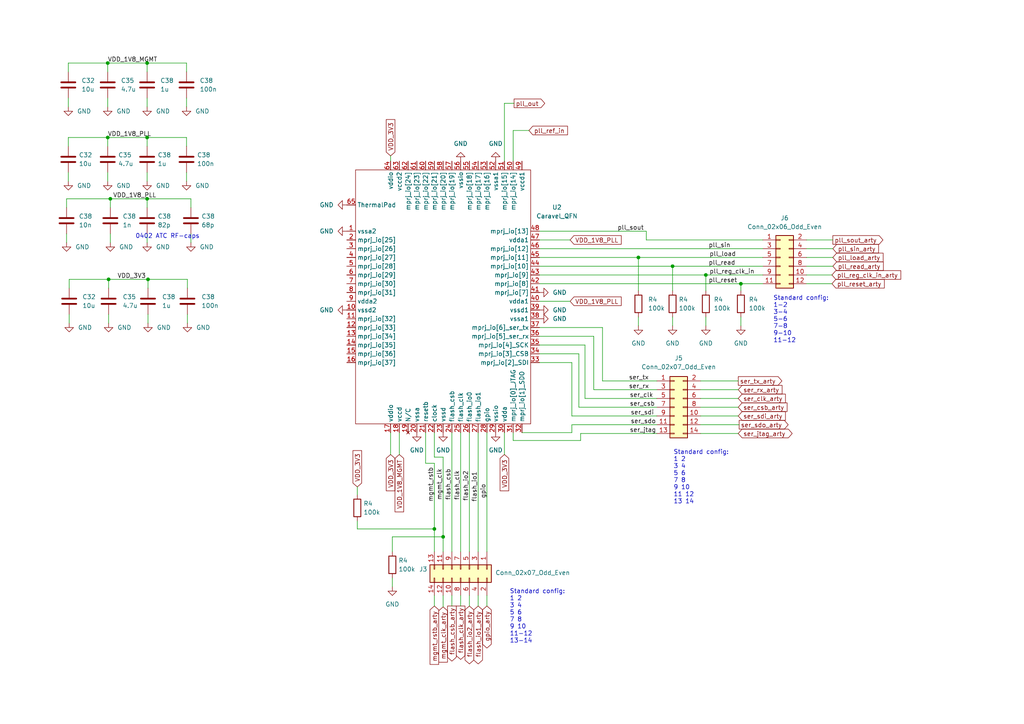
<source format=kicad_sch>
(kicad_sch (version 20230121) (generator eeschema)
  (paper "A4")
  (title_block (title "SKY130_PLL_EVAL_V1") (date "2024-04-05") (rev "v0.1") (company "IIC JKU") (comment 2 "apache.org/licenses/LICENSE-2.0") (comment 3 "License: Apache 2.0") (comment 4 "Author: Patrick Fath"))
  (lib_symbols
    (symbol "Caravel_board:Caravel_QFN"
      (property "Reference" "U" (at 0 0 0))
      (property "Value" "Caravel_QFN" (at 0 0 0))
      (symbol "Caravel_QFN_0_1"
        (rectangle (start -26.67 40.64) (end 24.13 -33.02))
      )
      (symbol "Caravel_QFN_1_1"
        (pin power_in line (at -29.21 22.86 0) (length 2.54) (name "vssa2") (number "1"))
        (pin power_in line (at -29.21 0 0) (length 2.54) (name "vssd2") (number "10"))
        (pin bidirectional line (at -29.21 -2.54 0) (length 2.54) (name "mprj_io[32]") (number "11"))
        (pin bidirectional line (at -29.21 -5.08 0) (length 2.54) (name "mprj_io[33]") (number "12"))
        (pin bidirectional line (at -29.21 -7.62 0) (length 2.54) (name "mprj_io[34]") (number "13"))
        (pin bidirectional line (at -29.21 -10.16 0) (length 2.54) (name "mprj_io[35]") (number "14"))
        (pin bidirectional line (at -29.21 -12.7 0) (length 2.54) (name "mprj_io[36]") (number "15"))
        (pin bidirectional line (at -29.21 -15.24 0) (length 2.54) (name "mprj_io[37]") (number "16"))
        (pin power_in line (at -16.51 -35.56 90) (length 2.54) (name "vddio") (number "17"))
        (pin power_in line (at -13.97 -35.56 90) (length 2.54) (name "vccd") (number "18"))
        (pin no_connect line (at -11.43 -35.56 90) (length 2.54) (name "N/C") (number "19"))
        (pin bidirectional line (at -29.21 20.32 0) (length 2.54) (name "mprj_io[25]") (number "2"))
        (pin power_in line (at -8.89 -35.56 90) (length 2.54) (name "vssa") (number "20"))
        (pin input line (at -6.35 -35.56 90) (length 2.54) (name "resetb") (number "21"))
        (pin input line (at -3.81 -35.56 90) (length 2.54) (name "clock") (number "22"))
        (pin power_in line (at -1.27 -35.56 90) (length 2.54) (name "vssd") (number "23"))
        (pin output line (at 1.27 -35.56 90) (length 2.54) (name "flash_csb") (number "24"))
        (pin output line (at 3.81 -35.56 90) (length 2.54) (name "flash_clk") (number "25"))
        (pin bidirectional line (at 6.35 -35.56 90) (length 2.54) (name "flash_io0") (number "26"))
        (pin bidirectional line (at 8.89 -35.56 90) (length 2.54) (name "flash_io1") (number "27"))
        (pin bidirectional line (at 11.43 -35.56 90) (length 2.54) (name "gpio") (number "28"))
        (pin power_in line (at 13.97 -35.56 90) (length 2.54) (name "vssio") (number "29"))
        (pin bidirectional line (at -29.21 17.78 0) (length 2.54) (name "mprj_io[26]") (number "3"))
        (pin power_in line (at 16.51 -35.56 90) (length 2.54) (name "vdda") (number "30"))
        (pin bidirectional line (at 19.05 -35.56 90) (length 2.54) (name "mprj_io[0]_JTAG") (number "31"))
        (pin bidirectional line (at 21.59 -35.56 90) (length 2.54) (name "mprj_io[1]_SDO") (number "32"))
        (pin bidirectional line (at 26.67 -15.24 180) (length 2.54) (name "mprj_io[2]_SDI") (number "33"))
        (pin bidirectional line (at 26.67 -12.7 180) (length 2.54) (name "mprj_io[3]_CSB") (number "34"))
        (pin bidirectional line (at 26.67 -10.16 180) (length 2.54) (name "mprj_io[4]_SCK") (number "35"))
        (pin bidirectional line (at 26.67 -7.62 180) (length 2.54) (name "mprj_io[5]_ser_rx") (number "36"))
        (pin bidirectional line (at 26.67 -5.08 180) (length 2.54) (name "mprj_io[6]_ser_tx") (number "37"))
        (pin power_in line (at 26.67 -2.54 180) (length 2.54) (name "vssa1") (number "38"))
        (pin power_in line (at 26.67 0 180) (length 2.54) (name "vssd1") (number "39"))
        (pin bidirectional line (at -29.21 15.24 0) (length 2.54) (name "mprj_io[27]") (number "4"))
        (pin power_in line (at 26.67 2.54 180) (length 2.54) (name "vdda1") (number "40"))
        (pin bidirectional line (at 26.67 5.08 180) (length 2.54) (name "mprj_io[7]") (number "41"))
        (pin bidirectional line (at 26.67 7.62 180) (length 2.54) (name "mprj_io[8]") (number "42"))
        (pin bidirectional line (at 26.67 10.16 180) (length 2.54) (name "mprj_io[9]") (number "43"))
        (pin bidirectional line (at 26.67 12.7 180) (length 2.54) (name "mprj_io[10]") (number "44"))
        (pin bidirectional line (at 26.67 15.24 180) (length 2.54) (name "mprj_io[11]") (number "45"))
        (pin bidirectional line (at 26.67 17.78 180) (length 2.54) (name "mprj_io[12]") (number "46"))
        (pin power_in line (at 26.67 20.32 180) (length 2.54) (name "vdda1") (number "47"))
        (pin bidirectional line (at 26.67 22.86 180) (length 2.54) (name "mprj_io[13]") (number "48"))
        (pin power_in line (at 21.59 43.18 270) (length 2.54) (name "vccd1") (number "49"))
        (pin bidirectional line (at -29.21 12.7 0) (length 2.54) (name "mprj_io[28]") (number "5"))
        (pin bidirectional line (at 19.05 43.18 270) (length 2.54) (name "mprj_io[14]") (number "50"))
        (pin bidirectional line (at 16.51 43.18 270) (length 2.54) (name "mprj_io[15]") (number "51"))
        (pin power_in line (at 13.97 43.18 270) (length 2.54) (name "vssa1") (number "52"))
        (pin bidirectional line (at 11.43 43.18 270) (length 2.54) (name "mprj_io[16]") (number "53"))
        (pin bidirectional line (at 8.89 43.18 270) (length 2.54) (name "mprj_io[17]") (number "54"))
        (pin bidirectional line (at 6.35 43.18 270) (length 2.54) (name "mprj_io[18]") (number "55"))
        (pin power_in line (at 3.81 43.18 270) (length 2.54) (name "vssio") (number "56"))
        (pin bidirectional line (at 1.27 43.18 270) (length 2.54) (name "mprj_io[19]") (number "57"))
        (pin bidirectional line (at -1.27 43.18 270) (length 2.54) (name "mprj_io[20]") (number "58"))
        (pin bidirectional line (at -3.81 43.18 270) (length 2.54) (name "mprj_io[21]") (number "59"))
        (pin bidirectional line (at -29.21 10.16 0) (length 2.54) (name "mprj_io[29]") (number "6"))
        (pin bidirectional line (at -6.35 43.18 270) (length 2.54) (name "mprj_io[22]") (number "60"))
        (pin bidirectional line (at -8.89 43.18 270) (length 2.54) (name "mprj_io[23]") (number "61"))
        (pin bidirectional line (at -11.43 43.18 270) (length 2.54) (name "mprj_io[24]") (number "62"))
        (pin power_in line (at -13.97 43.18 270) (length 2.54) (name "vccd2") (number "63"))
        (pin power_in line (at -16.51 43.18 270) (length 2.54) (name "vddio") (number "64"))
        (pin power_in line (at -29.21 30.48 0) (length 2.54) (name "ThermalPad") (number "65"))
        (pin bidirectional line (at -29.21 7.62 0) (length 2.54) (name "mprj_io[30]") (number "7"))
        (pin bidirectional line (at -29.21 5.08 0) (length 2.54) (name "mprj_io[31]") (number "8"))
        (pin power_in line (at -29.21 2.54 0) (length 2.54) (name "vdda2") (number "9"))
      )
    )
    (symbol "Connector_Generic:Conn_02x06_Odd_Even" (pin_names (offset 1.016) hide)
      (property "Reference" "J" (at 1.27 7.62 0))
      (property "Value" "Conn_02x06_Odd_Even" (at 1.27 -10.16 0))
      (symbol "Conn_02x06_Odd_Even_1_1"
        (rectangle (start -1.27 -7.493) (end 0 -7.747) (stroke (width 0.1524)))
        (rectangle (start -1.27 -4.953) (end 0 -5.207) (stroke (width 0.1524)))
        (rectangle (start -1.27 -2.413) (end 0 -2.667) (stroke (width 0.1524)))
        (rectangle (start -1.27 0.127) (end 0 -0.127) (stroke (width 0.1524)))
        (rectangle (start -1.27 2.667) (end 0 2.413) (stroke (width 0.1524)))
        (rectangle (start -1.27 5.207) (end 0 4.953) (stroke (width 0.1524)))
        (rectangle (start -1.27 6.35) (end 3.81 -8.89) (stroke (width 0.254)) (fill (type background)))
        (rectangle (start 3.81 -7.493) (end 2.54 -7.747) (stroke (width 0.1524)))
        (rectangle (start 3.81 -4.953) (end 2.54 -5.207) (stroke (width 0.1524)))
        (rectangle (start 3.81 -2.413) (end 2.54 -2.667) (stroke (width 0.1524)))
        (rectangle (start 3.81 0.127) (end 2.54 -0.127) (stroke (width 0.1524)))
        (rectangle (start 3.81 2.667) (end 2.54 2.413) (stroke (width 0.1524)))
        (rectangle (start 3.81 5.207) (end 2.54 4.953) (stroke (width 0.1524)))
        (pin passive line (at -5.08 5.08 0) (length 3.81) (name "Pin_1") (number "1"))
        (pin passive line (at 7.62 -5.08 180) (length 3.81) (name "Pin_10") (number "10"))
        (pin passive line (at -5.08 -7.62 0) (length 3.81) (name "Pin_11") (number "11"))
        (pin passive line (at 7.62 -7.62 180) (length 3.81) (name "Pin_12") (number "12"))
        (pin passive line (at 7.62 5.08 180) (length 3.81) (name "Pin_2") (number "2"))
        (pin passive line (at -5.08 2.54 0) (length 3.81) (name "Pin_3") (number "3"))
        (pin passive line (at 7.62 2.54 180) (length 3.81) (name "Pin_4") (number "4"))
        (pin passive line (at -5.08 0 0) (length 3.81) (name "Pin_5") (number "5"))
        (pin passive line (at 7.62 0 180) (length 3.81) (name "Pin_6") (number "6"))
        (pin passive line (at -5.08 -2.54 0) (length 3.81) (name "Pin_7") (number "7"))
        (pin passive line (at 7.62 -2.54 180) (length 3.81) (name "Pin_8") (number "8"))
        (pin passive line (at -5.08 -5.08 0) (length 3.81) (name "Pin_9") (number "9"))
      )
    )
    (symbol "Connector_Generic:Conn_02x07_Odd_Even" (pin_names (offset 1.016) hide)
      (property "Reference" "J" (at 1.27 10.16 0))
      (property "Value" "Conn_02x07_Odd_Even" (at 1.27 -10.16 0))
      (symbol "Conn_02x07_Odd_Even_1_1"
        (rectangle (start -1.27 -7.493) (end 0 -7.747) (stroke (width 0.1524)))
        (rectangle (start -1.27 -4.953) (end 0 -5.207) (stroke (width 0.1524)))
        (rectangle (start -1.27 -2.413) (end 0 -2.667) (stroke (width 0.1524)))
        (rectangle (start -1.27 0.127) (end 0 -0.127) (stroke (width 0.1524)))
        (rectangle (start -1.27 2.667) (end 0 2.413) (stroke (width 0.1524)))
        (rectangle (start -1.27 5.207) (end 0 4.953) (stroke (width 0.1524)))
        (rectangle (start -1.27 7.747) (end 0 7.493) (stroke (width 0.1524)))
        (rectangle (start -1.27 8.89) (end 3.81 -8.89) (stroke (width 0.254)) (fill (type background)))
        (rectangle (start 3.81 -7.493) (end 2.54 -7.747) (stroke (width 0.1524)))
        (rectangle (start 3.81 -4.953) (end 2.54 -5.207) (stroke (width 0.1524)))
        (rectangle (start 3.81 -2.413) (end 2.54 -2.667) (stroke (width 0.1524)))
        (rectangle (start 3.81 0.127) (end 2.54 -0.127) (stroke (width 0.1524)))
        (rectangle (start 3.81 2.667) (end 2.54 2.413) (stroke (width 0.1524)))
        (rectangle (start 3.81 5.207) (end 2.54 4.953) (stroke (width 0.1524)))
        (rectangle (start 3.81 7.747) (end 2.54 7.493) (stroke (width 0.1524)))
        (pin passive line (at -5.08 7.62 0) (length 3.81) (name "Pin_1") (number "1"))
        (pin passive line (at 7.62 -2.54 180) (length 3.81) (name "Pin_10") (number "10"))
        (pin passive line (at -5.08 -5.08 0) (length 3.81) (name "Pin_11") (number "11"))
        (pin passive line (at 7.62 -5.08 180) (length 3.81) (name "Pin_12") (number "12"))
        (pin passive line (at -5.08 -7.62 0) (length 3.81) (name "Pin_13") (number "13"))
        (pin passive line (at 7.62 -7.62 180) (length 3.81) (name "Pin_14") (number "14"))
        (pin passive line (at 7.62 7.62 180) (length 3.81) (name "Pin_2") (number "2"))
        (pin passive line (at -5.08 5.08 0) (length 3.81) (name "Pin_3") (number "3"))
        (pin passive line (at 7.62 5.08 180) (length 3.81) (name "Pin_4") (number "4"))
        (pin passive line (at -5.08 2.54 0) (length 3.81) (name "Pin_5") (number "5"))
        (pin passive line (at 7.62 2.54 180) (length 3.81) (name "Pin_6") (number "6"))
        (pin passive line (at -5.08 0 0) (length 3.81) (name "Pin_7") (number "7"))
        (pin passive line (at 7.62 0 180) (length 3.81) (name "Pin_8") (number "8"))
        (pin passive line (at -5.08 -2.54 0) (length 3.81) (name "Pin_9") (number "9"))
      )
    )
    (symbol "Device:C" (pin_numbers hide) (pin_names (offset 0.254))
      (property "Reference" "C" (at 0.635 2.54 0))
      (property "Value" "C" (at 0.635 -2.54 0))
      (symbol "C_0_1"
        (polyline (pts (xy -2.032 -0.762) (xy 2.032 -0.762)) (stroke (width 0.508)))
        (polyline (pts (xy -2.032 0.762) (xy 2.032 0.762)) (stroke (width 0.508)))
      )
      (symbol "C_1_1"
        (pin passive line (at 0 3.81 270) (length 2.794) (name "~") (number "1"))
        (pin passive line (at 0 -3.81 90) (length 2.794) (name "~") (number "2"))
      )
    )
    (symbol "Device:R" (pin_numbers hide) (pin_names (offset 0))
      (property "Reference" "R" (at 2.032 0 90))
      (property "Value" "R" (at 0 0 90))
      (symbol "R_0_1"
        (rectangle (start -1.016 -2.54) (end 1.016 2.54) (stroke (width 0.254)))
      )
      (symbol "R_1_1"
        (pin passive line (at 0 3.81 270) (length 1.27) (name "~") (number "1"))
        (pin passive line (at 0 -3.81 90) (length 1.27) (name "~") (number "2"))
      )
    )
    (symbol "power:GND" (power) (pin_names (offset 0))
      (property "Value" "GND" (at 0 -3.81 0))
      (symbol "GND_0_1"
        (polyline (pts (xy 0 0) (xy 0 -1.27) (xy 1.27 -1.27) (xy 0 -2.54) (xy -1.27 -1.27) (xy 0 -1.27)))
      )
      (symbol "GND_1_1"
        (pin power_in line (at 0 0 270) (length 0) hide (name "GND") (number "1"))
      )
    )
  )
  (junction (at 185.166 74.676))
  (junction (at 125.984 153.416))
  (junction (at 42.672 57.658))
  (junction (at 204.724 79.756))
  (junction (at 31.242 18.288))
  (junction (at 31.242 39.878))
  (junction (at 214.884 82.296))
  (junction (at 31.496 81.026))
  (junction (at 42.672 18.288))
  (junction (at 42.926 81.026))
  (junction (at 128.524 155.702))
  (junction (at 32.004 57.658))
  (junction (at 42.672 39.878))
  (junction (at 195.072 77.216))
  (wire (pts (xy 133.604 172.72) (xy 133.604 175.768)))
  (wire (pts (xy 156.464 82.296) (xy 214.884 82.296)))
  (wire (pts (xy 187.452 67.056) (xy 187.452 69.596)))
  (wire (pts (xy 19.812 42.418) (xy 19.812 39.878)))
  (wire (pts (xy 31.242 39.878) (xy 31.242 42.418)))
  (wire (pts (xy 42.672 50.038) (xy 42.672 52.578)))
  (wire (pts (xy 141.224 125.476) (xy 141.224 160.02)))
  (wire (pts (xy 131.064 172.72) (xy 131.064 175.768)))
  (wire (pts (xy 214.884 82.296) (xy 221.234 82.296)))
  (wire (pts (xy 203.2 125.73) (xy 214.122 125.73)))
  (wire (pts (xy 156.464 79.756) (xy 204.724 79.756)))
  (wire (pts (xy 165.862 123.19) (xy 190.5 123.19)))
  (wire (pts (xy 203.2 123.19) (xy 214.376 123.19)))
  (wire (pts (xy 42.672 57.658) (xy 42.672 60.198)))
  (wire (pts (xy 42.926 81.026) (xy 42.926 83.566)))
  (wire (pts (xy 55.372 67.818) (xy 55.372 70.358)))
  (wire (pts (xy 172.212 113.03) (xy 190.5 113.03)))
  (wire (pts (xy 133.604 125.476) (xy 133.604 160.02)))
  (wire (pts (xy 42.672 39.878) (xy 42.672 42.418)))
  (wire (pts (xy 214.884 91.948) (xy 214.884 94.488)))
  (wire (pts (xy 233.934 72.136) (xy 241.554 72.136)))
  (wire (pts (xy 113.792 167.64) (xy 113.792 170.18)))
  (wire (pts (xy 138.684 125.476) (xy 138.684 160.02)))
  (wire (pts (xy 185.166 74.676) (xy 185.166 84.328)))
  (wire (pts (xy 174.752 110.49) (xy 190.5 110.49)))
  (wire (pts (xy 156.464 67.056) (xy 187.452 67.056)))
  (wire (pts (xy 187.452 69.596) (xy 221.234 69.596)))
  (wire (pts (xy 214.884 82.296) (xy 214.884 84.328)))
  (wire (pts (xy 54.102 50.038) (xy 54.102 52.578)))
  (wire (pts (xy 31.496 81.026) (xy 42.926 81.026)))
  (wire (pts (xy 19.812 50.038) (xy 19.812 52.578)))
  (wire (pts (xy 31.242 18.288) (xy 42.672 18.288)))
  (wire (pts (xy 148.844 37.846) (xy 153.416 37.846)))
  (wire (pts (xy 233.934 69.596) (xy 241.554 69.596)))
  (wire (pts (xy 167.894 102.616) (xy 167.894 118.11)))
  (wire (pts (xy 168.402 125.73) (xy 190.5 125.73)))
  (wire (pts (xy 19.304 67.818) (xy 19.304 70.358)))
  (wire (pts (xy 19.812 39.878) (xy 31.242 39.878)))
  (wire (pts (xy 42.672 39.878) (xy 54.102 39.878)))
  (wire (pts (xy 31.242 50.038) (xy 31.242 52.578)))
  (wire (pts (xy 125.984 125.476) (xy 125.984 132.588)))
  (wire (pts (xy 203.2 115.57) (xy 214.122 115.57)))
  (wire (pts (xy 204.724 91.948) (xy 204.724 94.488)))
  (wire (pts (xy 20.066 81.026) (xy 31.496 81.026)))
  (wire (pts (xy 233.934 77.216) (xy 241.554 77.216)))
  (wire (pts (xy 156.464 74.676) (xy 185.166 74.676)))
  (wire (pts (xy 54.102 18.288) (xy 54.102 20.828)))
  (wire (pts (xy 32.004 57.658) (xy 32.004 60.198)))
  (wire (pts (xy 31.242 28.448) (xy 31.242 30.988)))
  (wire (pts (xy 128.524 132.588) (xy 128.524 155.702)))
  (wire (pts (xy 203.2 120.65) (xy 214.122 120.65)))
  (wire (pts (xy 128.524 155.702) (xy 128.524 160.02)))
  (wire (pts (xy 174.752 94.996) (xy 174.752 110.49)))
  (wire (pts (xy 31.496 91.186) (xy 31.496 93.726)))
  (wire (pts (xy 42.926 91.186) (xy 42.926 93.726)))
  (wire (pts (xy 42.672 18.288) (xy 42.672 20.828)))
  (wire (pts (xy 32.004 57.658) (xy 42.672 57.658)))
  (wire (pts (xy 233.934 82.296) (xy 241.3 82.296)))
  (wire (pts (xy 131.064 125.476) (xy 131.064 160.02)))
  (wire (pts (xy 54.356 81.026) (xy 54.356 83.566)))
  (wire (pts (xy 42.672 57.658) (xy 55.372 57.658)))
  (wire (pts (xy 185.166 91.948) (xy 185.166 94.488)))
  (wire (pts (xy 54.356 91.186) (xy 54.356 93.726)))
  (wire (pts (xy 42.672 18.288) (xy 54.102 18.288)))
  (wire (pts (xy 203.2 110.49) (xy 214.122 110.49)))
  (wire (pts (xy 156.464 102.616) (xy 167.894 102.616)))
  (wire (pts (xy 156.464 77.216) (xy 195.072 77.216)))
  (wire (pts (xy 233.934 79.756) (xy 241.3 79.756)))
  (wire (pts (xy 136.144 172.72) (xy 136.144 175.768)))
  (wire (pts (xy 138.684 172.72) (xy 138.684 175.768)))
  (wire (pts (xy 54.102 39.878) (xy 54.102 42.418)))
  (wire (pts (xy 42.926 81.026) (xy 54.356 81.026)))
  (wire (pts (xy 31.496 81.026) (xy 31.496 83.566)))
  (wire (pts (xy 42.672 28.448) (xy 42.672 30.988)))
  (wire (pts (xy 156.464 100.076) (xy 169.672 100.076)))
  (wire (pts (xy 156.464 87.376) (xy 165.354 87.376)))
  (wire (pts (xy 19.812 20.828) (xy 19.812 18.288)))
  (wire (pts (xy 233.934 74.676) (xy 241.554 74.676)))
  (wire (pts (xy 156.464 97.536) (xy 172.212 97.536)))
  (wire (pts (xy 113.284 45.212) (xy 113.284 46.736)))
  (wire (pts (xy 151.384 125.476) (xy 165.862 125.476)))
  (wire (pts (xy 165.862 120.65) (xy 190.5 120.65)))
  (wire (pts (xy 195.072 77.216) (xy 195.072 84.328)))
  (wire (pts (xy 128.524 172.72) (xy 128.524 176.022)))
  (wire (pts (xy 125.984 172.72) (xy 125.984 175.768)))
  (wire (pts (xy 125.984 132.588) (xy 128.524 132.588)))
  (wire (pts (xy 113.792 155.702) (xy 128.524 155.702)))
  (wire (pts (xy 204.724 79.756) (xy 221.234 79.756)))
  (wire (pts (xy 156.464 69.596) (xy 165.354 69.596)))
  (wire (pts (xy 113.792 160.02) (xy 113.792 155.702)))
  (wire (pts (xy 19.304 57.658) (xy 32.004 57.658)))
  (wire (pts (xy 123.444 125.476) (xy 123.444 134.366)))
  (wire (pts (xy 148.844 125.476) (xy 148.844 127.762)))
  (wire (pts (xy 19.812 18.288) (xy 31.242 18.288)))
  (wire (pts (xy 203.2 118.11) (xy 214.122 118.11)))
  (wire (pts (xy 20.066 91.186) (xy 20.066 93.726)))
  (wire (pts (xy 156.464 94.996) (xy 174.752 94.996)))
  (wire (pts (xy 125.984 134.366) (xy 125.984 153.416)))
  (wire (pts (xy 172.212 97.536) (xy 172.212 113.03)))
  (wire (pts (xy 123.444 134.366) (xy 125.984 134.366)))
  (wire (pts (xy 204.724 84.328) (xy 204.724 79.756)))
  (wire (pts (xy 185.166 74.676) (xy 221.234 74.676)))
  (wire (pts (xy 125.984 153.416) (xy 125.984 160.02)))
  (wire (pts (xy 141.224 172.72) (xy 141.224 175.768)))
  (wire (pts (xy 32.004 67.818) (xy 32.004 70.358)))
  (wire (pts (xy 156.464 72.136) (xy 221.234 72.136)))
  (wire (pts (xy 195.072 77.216) (xy 221.234 77.216)))
  (wire (pts (xy 168.402 127.762) (xy 168.402 125.73)))
  (wire (pts (xy 167.894 118.11) (xy 190.5 118.11)))
  (wire (pts (xy 42.672 67.818) (xy 42.672 70.358)))
  (wire (pts (xy 146.304 29.972) (xy 149.098 29.972)))
  (wire (pts (xy 148.844 127.762) (xy 168.402 127.762)))
  (wire (pts (xy 169.672 100.076) (xy 169.672 115.57)))
  (wire (pts (xy 195.072 91.948) (xy 195.072 94.488)))
  (wire (pts (xy 146.304 46.736) (xy 146.304 29.972)))
  (wire (pts (xy 113.284 125.476) (xy 113.284 131.826)))
  (wire (pts (xy 54.102 28.448) (xy 54.102 30.988)))
  (wire (pts (xy 115.824 125.476) (xy 115.824 131.826)))
  (wire (pts (xy 165.862 105.156) (xy 165.862 120.65)))
  (wire (pts (xy 125.984 153.416) (xy 103.632 153.416)))
  (wire (pts (xy 103.632 153.416) (xy 103.632 151.13)))
  (wire (pts (xy 169.672 115.57) (xy 190.5 115.57)))
  (wire (pts (xy 165.862 125.476) (xy 165.862 123.19)))
  (wire (pts (xy 19.812 28.448) (xy 19.812 30.988)))
  (wire (pts (xy 148.844 37.846) (xy 148.844 46.736)))
  (wire (pts (xy 31.242 18.288) (xy 31.242 20.828)))
  (wire (pts (xy 146.304 125.476) (xy 146.304 131.826)))
  (wire (pts (xy 156.464 105.156) (xy 165.862 105.156)))
  (wire (pts (xy 31.242 39.878) (xy 42.672 39.878)))
  (wire (pts (xy 103.632 141.224) (xy 103.632 143.51)))
  (wire (pts (xy 20.066 83.566) (xy 20.066 81.026)))
  (wire (pts (xy 203.2 113.03) (xy 214.122 113.03)))
  (wire (pts (xy 19.304 57.658) (xy 19.304 60.198)))
  (wire (pts (xy 136.144 125.476) (xy 136.144 160.02)))
  (wire (pts (xy 55.372 57.658) (xy 55.372 60.198)))
  (text "Standard config:\n1-2\n3-4\n5-6\n7-8\n9-10\n11-12" (at 224.282 99.568 0) (effects (font (size 1.27 1.27)) (justify left bottom)))
  (text "Standard config:\n1 2\n3 4\n5 6\n7 8\n9 10\n11-12\n13-14" (at 147.828 186.69 0) (effects (font (size 1.27 1.27)) (justify left bottom)))
  (text "0402 ATC RF-caps" (at 57.912 69.342 0) (effects (font (size 1.27 1.27)) (justify right bottom)))
  (text "Standard config:\n1 2\n3 4\n5 6\n7 8\n9 10\n11 12\n13 14" (at 195.326 146.304 0) (effects (font (size 1.27 1.27)) (justify left bottom)))
  (label "flash_csb" (at 131.064 145.034 90))
  (label "ser_clk" (at 182.626 115.57 0))
  (label "gpio" (at 141.224 144.526 90))
  (label "mgmt_rstb" (at 125.984 145.542 90))
  (label "VDD_1V8_PLL" (at 31.242 39.878 0))
  (label "VDD_3V3" (at 34.036 81.026 0))
  (label "ser_tx" (at 182.372 110.49 0))
  (label "pll_sout" (at 179.07 67.056 0))
  (label "pll_reset" (at 205.486 82.296 0))
  (label "VDD_1V8_PLL" (at 32.766 57.658 0))
  (label "ser_sdo" (at 182.88 123.19 0))
  (label "pll_reg_clk_in" (at 205.74 79.756 0))
  (label "ser_jtag" (at 182.626 125.73 0))
  (label "mgmt_clk" (at 128.524 145.034 90))
  (label "pll_sin" (at 205.486 72.136 0))
  (label "flash_io1" (at 138.684 145.542 90))
  (label "flash_io2" (at 136.144 145.288 90))
  (label "flash_clk" (at 133.604 145.034 90))
  (label "ser_sdi" (at 182.88 120.65 0))
  (label "ser_csb" (at 182.626 118.11 0))
  (label "pll_read" (at 205.486 77.216 0))
  (label "ser_rx" (at 182.372 113.03 0))
  (label "VDD_1V8_MGMT" (at 31.242 18.288 0))
  (label "pll_load" (at 205.74 74.676 0))
  (global_label "pll_sout_arty" (shape output) (at 241.554 69.596 0) (property "Intersheetrefs" "${INTERSHEET_REFS}" (effects hide)))
  (global_label "VDD_1V8_MGMT" (shape input) (at 115.824 131.826 270) (property "Intersheetrefs" "${INTERSHEET_REFS}" (effects hide)))
  (global_label "pll_reg_clk_in_arty" (shape input) (at 241.3 79.756 0) (property "Intersheetrefs" "${INTERSHEET_REFS}" (effects hide)))
  (global_label "ser_jtag_arty" (shape bidirectional) (at 214.122 125.73 0) (property "Intersheetrefs" "${INTERSHEET_REFS}" (effects hide)))
  (global_label "ser_clk_arty" (shape input) (at 214.122 115.57 0) (property "Intersheetrefs" "${INTERSHEET_REFS}" (effects hide)))
  (global_label "flash_csb_arty" (shape output) (at 131.064 175.768 270) (property "Intersheetrefs" "${INTERSHEET_REFS}" (effects hide)))
  (global_label "ser_sdi_arty" (shape input) (at 214.122 120.65 0) (property "Intersheetrefs" "${INTERSHEET_REFS}" (effects hide)))
  (global_label "VDD_3V3" (shape input) (at 146.304 131.826 270) (property "Intersheetrefs" "${INTERSHEET_REFS}" (effects hide)))
  (global_label "VDD_3V3" (shape input) (at 113.284 45.212 90) (property "Intersheetrefs" "${INTERSHEET_REFS}" (effects hide)))
  (global_label "flash_io1_arty" (shape bidirectional) (at 138.684 175.768 270) (property "Intersheetrefs" "${INTERSHEET_REFS}" (effects hide)))
  (global_label "ser_sdo_arty" (shape output) (at 214.376 123.19 0) (property "Intersheetrefs" "${INTERSHEET_REFS}" (effects hide)))
  (global_label "VDD_3V3" (shape input) (at 103.632 141.224 90) (property "Intersheetrefs" "${INTERSHEET_REFS}" (effects hide)))
  (global_label "pll_out" (shape output) (at 149.098 29.972 0) (property "Intersheetrefs" "${INTERSHEET_REFS}" (effects hide)))
  (global_label "gpio_arty" (shape bidirectional) (at 141.224 175.768 270) (property "Intersheetrefs" "${INTERSHEET_REFS}" (effects hide)))
  (global_label "pll_read_arty" (shape input) (at 241.554 77.216 0) (property "Intersheetrefs" "${INTERSHEET_REFS}" (effects hide)))
  (global_label "ser_csb_arty" (shape input) (at 214.122 118.11 0) (property "Intersheetrefs" "${INTERSHEET_REFS}" (effects hide)))
  (global_label "pll_ref_in" (shape input) (at 153.416 37.846 0) (property "Intersheetrefs" "${INTERSHEET_REFS}" (effects hide)))
  (global_label "VDD_1V8_PLL" (shape input) (at 165.354 87.376 0) (property "Intersheetrefs" "${INTERSHEET_REFS}" (effects hide)))
  (global_label "mgmt_rstb_arty" (shape input) (at 125.984 175.768 270) (property "Intersheetrefs" "${INTERSHEET_REFS}" (effects hide)))
  (global_label "flash_io2_arty" (shape bidirectional) (at 136.144 175.768 270) (property "Intersheetrefs" "${INTERSHEET_REFS}" (effects hide)))
  (global_label "ser_tx_arty" (shape output) (at 214.122 110.49 0) (property "Intersheetrefs" "${INTERSHEET_REFS}" (effects hide)))
  (global_label "pll_reset_arty" (shape input) (at 241.3 82.296 0) (property "Intersheetrefs" "${INTERSHEET_REFS}" (effects hide)))
  (global_label "flash_clk_arty" (shape output) (at 133.604 175.768 270) (property "Intersheetrefs" "${INTERSHEET_REFS}" (effects hide)))
  (global_label "pll_load_arty" (shape input) (at 241.554 74.676 0) (property "Intersheetrefs" "${INTERSHEET_REFS}" (effects hide)))
  (global_label "pll_sin_arty" (shape input) (at 241.554 72.136 0) (property "Intersheetrefs" "${INTERSHEET_REFS}" (effects hide)))
  (global_label "ser_rx_arty" (shape input) (at 214.122 113.03 0) (property "Intersheetrefs" "${INTERSHEET_REFS}" (effects hide)))
  (global_label "mgmt_clk_arty" (shape input) (at 128.524 176.022 270) (property "Intersheetrefs" "${INTERSHEET_REFS}" (effects hide)))
  (global_label "VDD_3V3" (shape input) (at 113.284 131.826 270) (property "Intersheetrefs" "${INTERSHEET_REFS}" (effects hide)))
  (global_label "VDD_1V8_PLL" (shape input) (at 165.354 69.596 0) (property "Intersheetrefs" "${INTERSHEET_REFS}" (effects hide)))
  (symbol (lib_id "power:GND") (at 185.166 94.488 0) (unit 1)
    (property "Reference" "#PWR048" (effects hide))
    (property "Value" "GND" (at 185.166 99.568 0))
    (instances (project "to_senso1_eval" (path "" (reference "#PWR048") (unit 1))) (project "SKY130_PLL_eval" (path "" (reference "#PWR049") (unit 1))))
  )
  (symbol (lib_id "Device:C") (at 31.242 46.228 0) (unit 1)
    (property "Reference" "C35" (at 34.29 44.958 0) (effects (justify left)))
    (property "Value" "4.7u" (at 34.29 47.498 0) (effects (justify left)))
    (property "Footprint" "Capacitor_SMD:C_0603_1608Metric" (effects hide))
    (instances (project "to_senso1_eval" (path "" (reference "C35") (unit 1))) (project "SKY130_PLL_eval" (path "" (reference "C10") (unit 1)) (path "" (reference "C10") (unit 1)) (path "" (reference "C11") (unit 1))))
  )
  (symbol (lib_id "power:GND") (at 42.672 70.358 0) (mirror y) (unit 1)
    (property "Reference" "#PWR060" (effects hide))
    (property "Value" "GND" (at 45.212 71.6279 0) (effects (justify right)))
    (instances (project "to_senso1_eval" (path "" (reference "#PWR060") (unit 1))) (project "SKY130_PLL_eval" (path "" (reference "#PWR020") (unit 1)) (path "" (reference "#PWR027") (unit 1)) (path "" (reference "#PWR025") (unit 1))))
  )
  (symbol (lib_id "Connector_Generic:Conn_02x06_Odd_Even") (at 226.314 74.676 0) (unit 1)
    (property "Reference" "J6" (at 227.584 63.246 0))
    (property "Value" "Conn_02x06_Odd_Even" (at 227.584 65.786 0))
    (property "Footprint" "Connector_PinHeader_2.54mm:PinHeader_2x06_P2.54mm_Vertical_SMD" (effects hide))
  )
  (symbol (lib_id "power:GND") (at 113.792 170.18 0) (unit 1)
    (property "Reference" "#PWR048" (effects hide))
    (property "Value" "GND" (at 113.792 175.26 0))
    (instances (project "to_senso1_eval" (path "" (reference "#PWR048") (unit 1))) (project "SKY130_PLL_eval" (path "" (reference "#PWR037") (unit 1))))
  )
  (symbol (lib_id "power:GND") (at 143.764 125.476 0) (unit 1)
    (property "Reference" "#PWR01" (effects hide))
    (property "Value" "GND" (at 143.764 130.556 0))
    (instances (project "SKY130_PLL_eval" (path "" (reference "#PWR01") (unit 1)) (path "" (reference "#PWR04") (unit 1)) (path "" (reference "#PWR042") (unit 1))))
  )
  (symbol (lib_id "power:GND") (at 156.464 92.456 90) (unit 1)
    (property "Reference" "#PWR01" (effects hide))
    (property "Value" "GND" (at 160.274 92.456 90) (effects (justify right)))
    (instances (project "SKY130_PLL_eval" (path "" (reference "#PWR01") (unit 1)) (path "" (reference "#PWR04") (unit 1)) (path "" (reference "#PWR045") (unit 1))))
  )
  (symbol (lib_id "Device:R") (at 195.072 88.138 0) (unit 1)
    (property "Reference" "R4" (at 196.85 86.868 0) (effects (justify left)))
    (property "Value" "100k" (at 196.85 89.408 0) (effects (justify left)))
    (property "Footprint" "Capacitor_SMD:C_0603_1608Metric" (effects hide))
    (instances (project "to_senso1_eval" (path "" (reference "R4") (unit 1))) (project "SKY130_PLL_eval" (path "" (reference "R6") (unit 1))))
  )
  (symbol (lib_id "power:GND") (at 19.304 70.358 0) (mirror y) (unit 1)
    (property "Reference" "#PWR060" (effects hide))
    (property "Value" "GND" (at 21.844 71.6279 0) (effects (justify right)))
    (instances (project "to_senso1_eval" (path "" (reference "#PWR060") (unit 1))) (project "SKY130_PLL_eval" (path "" (reference "#PWR020") (unit 1)) (path "" (reference "#PWR027") (unit 1)) (path "" (reference "#PWR015") (unit 1))))
  )
  (symbol (lib_id "power:GND") (at 195.072 94.488 0) (unit 1)
    (property "Reference" "#PWR048" (effects hide))
    (property "Value" "GND" (at 195.072 99.568 0))
    (instances (project "to_senso1_eval" (path "" (reference "#PWR048") (unit 1))) (project "SKY130_PLL_eval" (path "" (reference "#PWR050") (unit 1))))
  )
  (symbol (lib_id "power:GND") (at 143.764 46.736 180) (unit 1)
    (property "Reference" "#PWR01" (effects hide))
    (property "Value" "GND" (at 143.764 41.656 0))
    (instances (project "SKY130_PLL_eval" (path "" (reference "#PWR01") (unit 1)) (path "" (reference "#PWR04") (unit 1)) (path "" (reference "#PWR041") (unit 1))))
  )
  (symbol (lib_id "Device:C") (at 54.102 24.638 0) (unit 1)
    (property "Reference" "C38" (at 57.912 23.368 0) (effects (justify left)))
    (property "Value" "100n" (at 57.912 25.908 0) (effects (justify left)))
    (property "Footprint" "Capacitor_SMD:C_0603_1608Metric" (effects hide))
    (instances (project "to_senso1_eval" (path "" (reference "C38") (unit 1))) (project "SKY130_PLL_eval" (path "" (reference "C8") (unit 1)) (path "" (reference "C15") (unit 1)) (path "" (reference "C18") (unit 1))))
  )
  (symbol (lib_id "power:GND") (at 100.584 59.436 270) (unit 1)
    (property "Reference" "#PWR01" (effects hide))
    (property "Value" "GND" (at 96.774 59.436 90) (effects (justify right)))
    (instances (project "SKY130_PLL_eval" (path "" (reference "#PWR01") (unit 1)) (path "" (reference "#PWR04") (unit 1)) (path "" (reference "#PWR033") (unit 1))))
  )
  (symbol (lib_id "power:GND") (at 54.356 93.726 0) (mirror y) (unit 1)
    (property "Reference" "#PWR060" (effects hide))
    (property "Value" "GND" (at 56.896 94.9959 0) (effects (justify right)))
    (instances (project "to_senso1_eval" (path "" (reference "#PWR060") (unit 1))) (project "SKY130_PLL_eval" (path "" (reference "#PWR011") (unit 1)) (path "" (reference "#PWR026") (unit 1)) (path "" (reference "#PWR029") (unit 1))))
  )
  (symbol (lib_id "Device:C") (at 54.356 87.376 0) (unit 1)
    (property "Reference" "C38" (at 58.42 86.106 0) (effects (justify left)))
    (property "Value" "100n" (at 58.42 88.646 0) (effects (justify left)))
    (property "Footprint" "Capacitor_SMD:C_0603_1608Metric" (effects hide))
    (instances (project "to_senso1_eval" (path "" (reference "C38") (unit 1))) (project "SKY130_PLL_eval" (path "" (reference "C4") (unit 1)) (path "" (reference "C17") (unit 1)) (path "" (reference "C20") (unit 1))))
  )
  (symbol (lib_id "Device:R") (at 204.724 88.138 0) (unit 1)
    (property "Reference" "R4" (at 207.01 86.868 0) (effects (justify left)))
    (property "Value" "100k" (at 207.01 89.408 0) (effects (justify left)))
    (property "Footprint" "Capacitor_SMD:C_0603_1608Metric" (effects hide))
    (instances (project "to_senso1_eval" (path "" (reference "R4") (unit 1))) (project "SKY130_PLL_eval" (path "" (reference "R7") (unit 1))))
  )
  (symbol (lib_id "Device:C") (at 31.496 87.376 0) (unit 1)
    (property "Reference" "C35" (at 35.56 86.106 0) (effects (justify left)))
    (property "Value" "4.7u" (at 35.56 88.646 0) (effects (justify left)))
    (property "Footprint" "Capacitor_SMD:C_0603_1608Metric" (effects hide))
    (instances (project "to_senso1_eval" (path "" (reference "C35") (unit 1))) (project "SKY130_PLL_eval" (path "" (reference "C2") (unit 1)) (path "" (reference "C11") (unit 1)) (path "" (reference "C12") (unit 1))))
  )
  (symbol (lib_id "power:GND") (at 20.066 93.726 0) (mirror y) (unit 1)
    (property "Reference" "#PWR054" (effects hide))
    (property "Value" "GND" (at 22.606 94.9959 0) (effects (justify right)))
    (instances (project "to_senso1_eval" (path "" (reference "#PWR054") (unit 1))) (project "SKY130_PLL_eval" (path "" (reference "#PWR08") (unit 1)) (path "" (reference "#PWR017") (unit 1)) (path "" (reference "#PWR018") (unit 1))))
  )
  (symbol (lib_id "Device:C") (at 19.812 24.638 0) (unit 1)
    (property "Reference" "C32" (at 23.622 23.3679 0) (effects (justify left)))
    (property "Value" "10u" (at 23.622 25.9079 0) (effects (justify left)))
    (property "Footprint" "Capacitor_SMD:C_0603_1608Metric" (effects hide))
    (instances (project "to_senso1_eval" (path "" (reference "C32") (unit 1))) (project "SKY130_PLL_eval" (path "" (reference "C5") (unit 1)) (path "" (reference "C6") (unit 1)) (path "" (reference "C7") (unit 1))))
  )
  (symbol (lib_id "Device:C") (at 42.672 64.008 0) (unit 1)
    (property "Reference" "C38" (at 45.72 62.738 0) (effects (justify left)))
    (property "Value" "82p" (at 45.72 65.278 0) (effects (justify left)))
    (property "Footprint" "Capacitor_SMD:C_0402_1005Metric" (effects hide))
    (instances (project "to_senso1_eval" (path "" (reference "C38") (unit 1))) (project "SKY130_PLL_eval" (path "" (reference "C13") (unit 1)) (path "" (reference "C18") (unit 1)) (path "" (reference "C16") (unit 1))))
  )
  (symbol (lib_id "Device:C") (at 42.926 87.376 0) (unit 1)
    (property "Reference" "C38" (at 46.99 86.106 0) (effects (justify left)))
    (property "Value" "1u" (at 46.99 88.646 0) (effects (justify left)))
    (property "Footprint" "Capacitor_SMD:C_0603_1608Metric" (effects hide))
    (instances (project "to_senso1_eval" (path "" (reference "C38") (unit 1))) (project "SKY130_PLL_eval" (path "" (reference "C3") (unit 1)) (path "" (reference "C14") (unit 1)) (path "" (reference "C17") (unit 1))))
  )
  (symbol (lib_id "Device:C") (at 19.812 46.228 0) (unit 1)
    (property "Reference" "C32" (at 22.86 44.958 0) (effects (justify left)))
    (property "Value" "10u" (at 22.86 47.498 0) (effects (justify left)))
    (property "Footprint" "Capacitor_SMD:C_0603_1608Metric" (effects hide))
    (instances (project "to_senso1_eval" (path "" (reference "C32") (unit 1))) (project "SKY130_PLL_eval" (path "" (reference "C9") (unit 1)) (path "" (reference "C7") (unit 1)) (path "" (reference "C8") (unit 1))))
  )
  (symbol (lib_id "Device:C") (at 20.066 87.376 0) (unit 1)
    (property "Reference" "C32" (at 23.876 86.1059 0) (effects (justify left)))
    (property "Value" "10u" (at 23.876 88.6459 0) (effects (justify left)))
    (property "Footprint" "Capacitor_SMD:C_0603_1608Metric" (effects hide))
    (instances (project "to_senso1_eval" (path "" (reference "C32") (unit 1))) (project "SKY130_PLL_eval" (path "" (reference "C1") (unit 1)) (path "" (reference "C8") (unit 1)) (path "" (reference "C9") (unit 1))))
  )
  (symbol (lib_id "power:GND") (at 100.584 89.916 270) (unit 1)
    (property "Reference" "#PWR01" (effects hide))
    (property "Value" "GND" (at 96.774 89.916 90) (effects (justify right)))
    (instances (project "SKY130_PLL_eval" (path "" (reference "#PWR01") (unit 1)) (path "" (reference "#PWR04") (unit 1)) (path "" (reference "#PWR035") (unit 1))))
  )
  (symbol (lib_id "power:GND") (at 31.496 93.726 0) (mirror y) (unit 1)
    (property "Reference" "#PWR057" (effects hide))
    (property "Value" "GND" (at 34.036 94.9959 0) (effects (justify right)))
    (instances (project "to_senso1_eval" (path "" (reference "#PWR057") (unit 1))) (project "SKY130_PLL_eval" (path "" (reference "#PWR09") (unit 1)) (path "" (reference "#PWR020") (unit 1)) (path "" (reference "#PWR021") (unit 1))))
  )
  (symbol (lib_id "Device:C") (at 31.242 24.638 0) (unit 1)
    (property "Reference" "C35" (at 35.052 23.3679 0) (effects (justify left)))
    (property "Value" "4.7u" (at 35.052 25.9079 0) (effects (justify left)))
    (property "Footprint" "Capacitor_SMD:C_0603_1608Metric" (effects hide))
    (instances (project "to_senso1_eval" (path "" (reference "C35") (unit 1))) (project "SKY130_PLL_eval" (path "" (reference "C6") (unit 1)) (path "" (reference "C9") (unit 1)) (path "" (reference "C10") (unit 1))))
  )
  (symbol (lib_id "power:GND") (at 42.672 52.578 0) (mirror y) (unit 1)
    (property "Reference" "#PWR060" (effects hide))
    (property "Value" "GND" (at 45.212 53.8479 0) (effects (justify right)))
    (instances (project "to_senso1_eval" (path "" (reference "#PWR060") (unit 1))) (project "SKY130_PLL_eval" (path "" (reference "#PWR018") (unit 1)) (path "" (reference "#PWR022") (unit 1)) (path "" (reference "#PWR024") (unit 1))))
  )
  (symbol (lib_id "power:GND") (at 19.812 30.988 0) (mirror y) (unit 1)
    (property "Reference" "#PWR054" (effects hide))
    (property "Value" "GND" (at 22.352 32.2579 0) (effects (justify right)))
    (instances (project "to_senso1_eval" (path "" (reference "#PWR054") (unit 1))) (project "SKY130_PLL_eval" (path "" (reference "#PWR012") (unit 1)) (path "" (reference "#PWR015") (unit 1)) (path "" (reference "#PWR016") (unit 1))))
  )
  (symbol (lib_id "power:GND") (at 100.584 67.056 270) (unit 1)
    (property "Reference" "#PWR01" (effects hide))
    (property "Value" "GND" (at 96.774 67.056 90) (effects (justify right)))
    (instances (project "SKY130_PLL_eval" (path "" (reference "#PWR01") (unit 1)) (path "" (reference "#PWR04") (unit 1)) (path "" (reference "#PWR034") (unit 1))))
  )
  (symbol (lib_id "Device:R") (at 103.632 147.32 0) (unit 1)
    (property "Reference" "R4" (at 105.41 146.05 0) (effects (justify left)))
    (property "Value" "100k" (at 105.41 148.59 0) (effects (justify left)))
    (property "Footprint" "Capacitor_SMD:C_0603_1608Metric" (effects hide))
    (instances (project "to_senso1_eval" (path "" (reference "R4") (unit 1))) (project "SKY130_PLL_eval" (path "" (reference "R2") (unit 1))))
  )
  (symbol (lib_id "power:GND") (at 128.524 125.476 0) (unit 1)
    (property "Reference" "#PWR01" (effects hide))
    (property "Value" "GND" (at 128.524 130.556 0))
    (instances (project "SKY130_PLL_eval" (path "" (reference "#PWR01") (unit 1)) (path "" (reference "#PWR04") (unit 1)) (path "" (reference "#PWR039") (unit 1))))
  )
  (symbol (lib_id "Device:R") (at 185.166 88.138 0) (unit 1)
    (property "Reference" "R4" (at 187.96 86.868 0) (effects (justify left)))
    (property "Value" "100k" (at 187.96 89.408 0) (effects (justify left)))
    (property "Footprint" "Capacitor_SMD:C_0603_1608Metric" (effects hide))
    (instances (project "to_senso1_eval" (path "" (reference "R4") (unit 1))) (project "SKY130_PLL_eval" (path "" (reference "R5") (unit 1))))
  )
  (symbol (lib_id "Device:C") (at 32.004 64.008 0) (unit 1)
    (property "Reference" "C38" (at 35.56 62.738 0) (effects (justify left)))
    (property "Value" "1n" (at 35.56 65.278 0) (effects (justify left)))
    (property "Footprint" "Capacitor_SMD:C_0603_1608Metric" (effects hide))
    (instances (project "to_senso1_eval" (path "" (reference "C38") (unit 1))) (project "SKY130_PLL_eval" (path "" (reference "C14") (unit 1)) (path "" (reference "C19") (unit 1)) (path "" (reference "C13") (unit 1))))
  )
  (symbol (lib_id "power:GND") (at 156.464 89.916 90) (unit 1)
    (property "Reference" "#PWR01" (effects hide))
    (property "Value" "GND" (at 160.274 89.916 90) (effects (justify right)))
    (instances (project "SKY130_PLL_eval" (path "" (reference "#PWR01") (unit 1)) (path "" (reference "#PWR04") (unit 1)) (path "" (reference "#PWR044") (unit 1))))
  )
  (symbol (lib_id "Device:R") (at 113.792 163.83 0) (unit 1)
    (property "Reference" "R4" (at 115.57 162.56 0) (effects (justify left)))
    (property "Value" "100k" (at 115.57 165.1 0) (effects (justify left)))
    (property "Footprint" "Capacitor_SMD:C_0603_1608Metric" (effects hide))
    (instances (project "to_senso1_eval" (path "" (reference "R4") (unit 1))) (project "SKY130_PLL_eval" (path "" (reference "R3") (unit 1))))
  )
  (symbol (lib_id "power:GND") (at 31.242 30.988 0) (mirror y) (unit 1)
    (property "Reference" "#PWR057" (effects hide))
    (property "Value" "GND" (at 33.782 32.2579 0) (effects (justify right)))
    (instances (project "to_senso1_eval" (path "" (reference "#PWR057") (unit 1))) (project "SKY130_PLL_eval" (path "" (reference "#PWR013") (unit 1)) (path "" (reference "#PWR018") (unit 1)) (path "" (reference "#PWR019") (unit 1))))
  )
  (symbol (lib_id "Device:C") (at 42.672 24.638 0) (unit 1)
    (property "Reference" "C38" (at 46.482 23.3679 0) (effects (justify left)))
    (property "Value" "1u" (at 46.482 25.9079 0) (effects (justify left)))
    (property "Footprint" "Capacitor_SMD:C_0603_1608Metric" (effects hide))
    (instances (project "to_senso1_eval" (path "" (reference "C38") (unit 1))) (project "SKY130_PLL_eval" (path "" (reference "C7") (unit 1)) (path "" (reference "C12") (unit 1)) (path "" (reference "C14") (unit 1))))
  )
  (symbol (lib_id "Device:C") (at 19.304 64.008 0) (unit 1)
    (property "Reference" "C38" (at 22.86 62.738 0) (effects (justify left)))
    (property "Value" "10n" (at 22.86 65.278 0) (effects (justify left)))
    (property "Footprint" "Capacitor_SMD:C_0603_1608Metric" (effects hide))
    (instances (project "to_senso1_eval" (path "" (reference "C38") (unit 1))) (project "SKY130_PLL_eval" (path "" (reference "C13") (unit 1)) (path "" (reference "C18") (unit 1)) (path "" (reference "C6") (unit 1))))
  )
  (symbol (lib_id "power:GND") (at 31.242 52.578 0) (mirror y) (unit 1)
    (property "Reference" "#PWR057" (effects hide))
    (property "Value" "GND" (at 33.782 53.8479 0) (effects (justify right)))
    (instances (project "to_senso1_eval" (path "" (reference "#PWR057") (unit 1))) (project "SKY130_PLL_eval" (path "" (reference "#PWR017") (unit 1)) (path "" (reference "#PWR019") (unit 1)) (path "" (reference "#PWR020") (unit 1))))
  )
  (symbol (lib_id "power:GND") (at 54.102 52.578 0) (mirror y) (unit 1)
    (property "Reference" "#PWR060" (effects hide))
    (property "Value" "GND" (at 56.642 53.8479 0) (effects (justify right)))
    (instances (project "to_senso1_eval" (path "" (reference "#PWR060") (unit 1))) (project "SKY130_PLL_eval" (path "" (reference "#PWR019") (unit 1)) (path "" (reference "#PWR025") (unit 1)) (path "" (reference "#PWR028") (unit 1))))
  )
  (symbol (lib_id "Device:C") (at 42.672 46.228 0) (unit 1)
    (property "Reference" "C38" (at 45.72 44.958 0) (effects (justify left)))
    (property "Value" "1u" (at 45.72 47.498 0) (effects (justify left)))
    (property "Footprint" "Capacitor_SMD:C_0603_1608Metric" (effects hide))
    (instances (project "to_senso1_eval" (path "" (reference "C38") (unit 1))) (project "SKY130_PLL_eval" (path "" (reference "C11") (unit 1)) (path "" (reference "C13") (unit 1)) (path "" (reference "C15") (unit 1))))
  )
  (symbol (lib_id "power:GND") (at 42.672 30.988 0) (mirror y) (unit 1)
    (property "Reference" "#PWR060" (effects hide))
    (property "Value" "GND" (at 45.212 32.2579 0) (effects (justify right)))
    (instances (project "to_senso1_eval" (path "" (reference "#PWR060") (unit 1))) (project "SKY130_PLL_eval" (path "" (reference "#PWR014") (unit 1)) (path "" (reference "#PWR021") (unit 1)) (path "" (reference "#PWR023") (unit 1))))
  )
  (symbol (lib_id "power:GND") (at 120.904 125.476 0) (unit 1)
    (property "Reference" "#PWR01" (effects hide))
    (property "Value" "GND" (at 120.904 130.556 0))
    (instances (project "SKY130_PLL_eval" (path "" (reference "#PWR01") (unit 1)) (path "" (reference "#PWR04") (unit 1)) (path "" (reference "#PWR038") (unit 1))))
  )
  (symbol (lib_id "Caravel_board:Caravel_QFN") (at 129.794 89.916 0) (unit 1)
    (property "Reference" "U2" (at 161.544 60.1279 0))
    (property "Value" "Caravel_QFN" (at 161.544 62.6679 0))
    (property "Footprint" "Package_DFN_QFN:QFN-64-1EP_9x9mm_P0.5mm_EP7.65x7.65mm" (effects hide))
  )
  (symbol (lib_id "Device:C") (at 55.372 64.008 0) (unit 1)
    (property "Reference" "C38" (at 58.42 62.738 0) (effects (justify left)))
    (property "Value" "68p" (at 58.42 65.278 0) (effects (justify left)))
    (property "Footprint" "Capacitor_SMD:C_0402_1005Metric" (effects hide))
    (instances (project "to_senso1_eval" (path "" (reference "C38") (unit 1))) (project "SKY130_PLL_eval" (path "" (reference "C14") (unit 1)) (path "" (reference "C19") (unit 1)) (path "" (reference "C21") (unit 1))))
  )
  (symbol (lib_id "Device:C") (at 54.102 46.228 0) (unit 1)
    (property "Reference" "C38" (at 57.15 44.958 0) (effects (justify left)))
    (property "Value" "100n" (at 57.15 47.498 0) (effects (justify left)))
    (property "Footprint" "Capacitor_SMD:C_0603_1608Metric" (effects hide))
    (instances (project "to_senso1_eval" (path "" (reference "C38") (unit 1))) (project "SKY130_PLL_eval" (path "" (reference "C12") (unit 1)) (path "" (reference "C16") (unit 1)) (path "" (reference "C19") (unit 1))))
  )
  (symbol (lib_id "power:GND") (at 204.724 94.488 0) (unit 1)
    (property "Reference" "#PWR048" (effects hide))
    (property "Value" "GND" (at 204.724 99.568 0))
    (instances (project "to_senso1_eval" (path "" (reference "#PWR048") (unit 1))) (project "SKY130_PLL_eval" (path "" (reference "#PWR051") (unit 1))))
  )
  (symbol (lib_id "power:GND") (at 55.372 70.358 0) (mirror y) (unit 1)
    (property "Reference" "#PWR060" (effects hide))
    (property "Value" "GND" (at 57.912 71.6279 0) (effects (justify right)))
    (instances (project "to_senso1_eval" (path "" (reference "#PWR060") (unit 1))) (project "SKY130_PLL_eval" (path "" (reference "#PWR021") (unit 1)) (path "" (reference "#PWR028") (unit 1)) (path "" (reference "#PWR030") (unit 1))))
  )
  (symbol (lib_id "power:GND") (at 214.884 94.488 0) (unit 1)
    (property "Reference" "#PWR048" (effects hide))
    (property "Value" "GND" (at 214.884 99.568 0))
    (instances (project "to_senso1_eval" (path "" (reference "#PWR048") (unit 1))) (project "SKY130_PLL_eval" (path "" (reference "#PWR052") (unit 1))))
  )
  (symbol (lib_id "power:GND") (at 133.604 46.736 180) (unit 1)
    (property "Reference" "#PWR01" (effects hide))
    (property "Value" "GND" (at 133.604 41.656 0))
    (instances (project "SKY130_PLL_eval" (path "" (reference "#PWR01") (unit 1)) (path "" (reference "#PWR04") (unit 1)) (path "" (reference "#PWR040") (unit 1))))
  )
  (symbol (lib_id "power:GND") (at 32.004 70.358 0) (mirror y) (unit 1)
    (property "Reference" "#PWR060" (effects hide))
    (property "Value" "GND" (at 34.544 71.6279 0) (effects (justify right)))
    (instances (project "to_senso1_eval" (path "" (reference "#PWR060") (unit 1))) (project "SKY130_PLL_eval" (path "" (reference "#PWR021") (unit 1)) (path "" (reference "#PWR028") (unit 1)) (path "" (reference "#PWR022") (unit 1))))
  )
  (symbol (lib_id "power:GND") (at 54.102 30.988 0) (mirror y) (unit 1)
    (property "Reference" "#PWR060" (effects hide))
    (property "Value" "GND" (at 56.642 32.2579 0) (effects (justify right)))
    (instances (project "to_senso1_eval" (path "" (reference "#PWR060") (unit 1))) (project "SKY130_PLL_eval" (path "" (reference "#PWR015") (unit 1)) (path "" (reference "#PWR024") (unit 1)) (path "" (reference "#PWR027") (unit 1))))
  )
  (symbol (lib_id "power:GND") (at 42.926 93.726 0) (mirror y) (unit 1)
    (property "Reference" "#PWR060" (effects hide))
    (property "Value" "GND" (at 45.466 94.9959 0) (effects (justify right)))
    (instances (project "to_senso1_eval" (path "" (reference "#PWR060") (unit 1))) (project "SKY130_PLL_eval" (path "" (reference "#PWR010") (unit 1)) (path "" (reference "#PWR023") (unit 1)) (path "" (reference "#PWR026") (unit 1))))
  )
  (symbol (lib_id "power:GND") (at 19.812 52.578 0) (mirror y) (unit 1)
    (property "Reference" "#PWR054" (effects hide))
    (property "Value" "GND" (at 22.352 53.8479 0) (effects (justify right)))
    (instances (project "to_senso1_eval" (path "" (reference "#PWR054") (unit 1))) (project "SKY130_PLL_eval" (path "" (reference "#PWR016") (unit 1)) (path "" (reference "#PWR016") (unit 1)) (path "" (reference "#PWR017") (unit 1))))
  )
  (symbol (lib_id "Connector_Generic:Conn_02x07_Odd_Even") (at 195.58 118.11 0) (unit 1)
    (property "Reference" "J5" (at 196.85 103.886 0))
    (property "Value" "Conn_02x07_Odd_Even" (at 196.85 106.426 0))
    (property "Footprint" "Connector_PinHeader_2.54mm:PinHeader_2x07_P2.54mm_Vertical_SMD" (effects hide))
  )
  (symbol (lib_id "power:GND") (at 156.464 84.836 90) (unit 1)
    (property "Reference" "#PWR01" (effects hide))
    (property "Value" "GND" (at 160.274 84.836 90) (effects (justify right)))
    (instances (project "SKY130_PLL_eval" (path "" (reference "#PWR01") (unit 1)) (path "" (reference "#PWR04") (unit 1)) (path "" (reference "#PWR043") (unit 1))))
  )
  (symbol (lib_id "Connector_Generic:Conn_02x07_Odd_Even") (at 133.604 165.1 270) (unit 1)
    (property "Reference" "J3" (at 123.952 165.1 90) (effects (justify right)))
    (property "Value" "Conn_02x07_Odd_Even" (at 165.354 166.116 90) (effects (justify right)))
    (property "Footprint" "Connector_PinHeader_2.54mm:PinHeader_2x07_P2.54mm_Vertical_SMD" (effects hide))
  )
  (symbol (lib_id "Device:R") (at 214.884 88.138 0) (unit 1)
    (property "Reference" "R4" (at 217.17 86.868 0) (effects (justify left)))
    (property "Value" "100k" (at 217.17 89.408 0) (effects (justify left)))
    (property "Footprint" "Capacitor_SMD:C_0603_1608Metric" (effects hide))
    (instances (project "to_senso1_eval" (path "" (reference "R4") (unit 1))) (project "SKY130_PLL_eval" (path "" (reference "R8") (unit 1))))
  )
)
</source>
